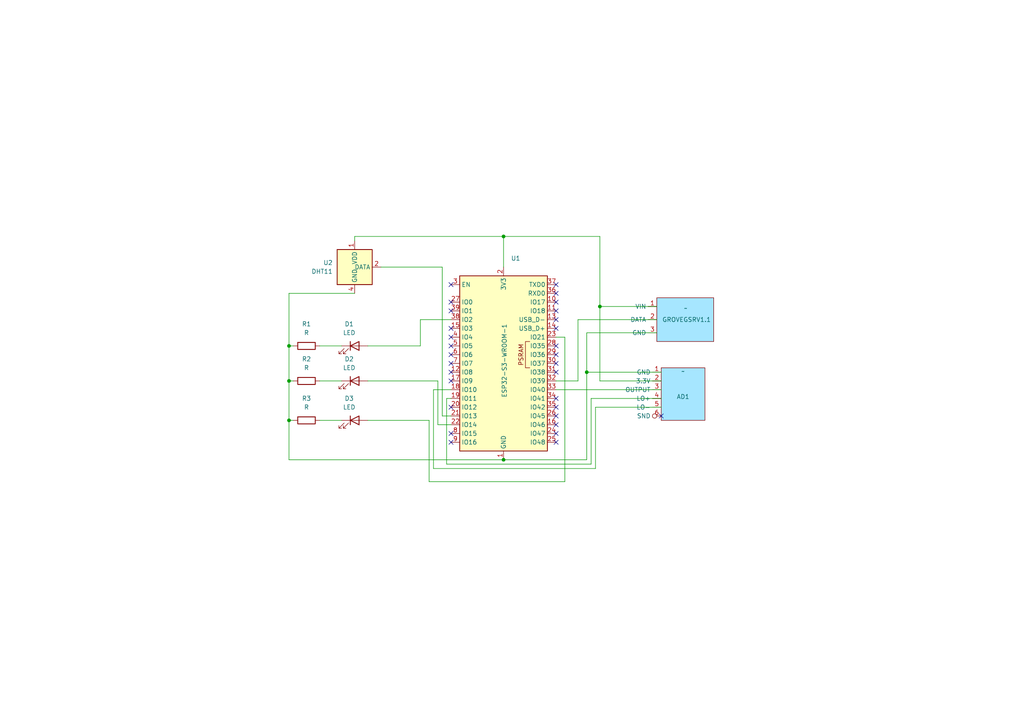
<source format=kicad_sch>
(kicad_sch
	(version 20250114)
	(generator "eeschema")
	(generator_version "9.0")
	(uuid "5c996a9d-060e-492c-8814-4b820426dc31")
	(paper "A4")
	(title_block
		(title "Calmiq Initial Prototype")
		(rev "Calmiq Team")
		(company "Calmiq")
	)
	(lib_symbols
		(symbol "Calmiq_Components:AD8232"
			(exclude_from_sim no)
			(in_bom yes)
			(on_board yes)
			(property "Reference" "AD8232"
				(at -0.762 -9.906 0)
				(effects
					(font
						(size 1.27 1.27)
					)
				)
			)
			(property "Value" ""
				(at 0 0 0)
				(effects
					(font
						(size 1.27 1.27)
					)
				)
			)
			(property "Footprint" ""
				(at 0 0 0)
				(effects
					(font
						(size 1.27 1.27)
					)
					(hide yes)
				)
			)
			(property "Datasheet" ""
				(at 0 0 0)
				(effects
					(font
						(size 1.27 1.27)
					)
					(hide yes)
				)
			)
			(property "Description" ""
				(at 0 0 0)
				(effects
					(font
						(size 1.27 1.27)
					)
					(hide yes)
				)
			)
			(symbol "AD8232_1_1"
				(rectangle
					(start -6.35 7.62)
					(end 6.35 -7.62)
					(stroke
						(width 0)
						(type solid)
					)
					(fill
						(type color)
						(color 78 206 255 0.5)
					)
				)
				(pin power_in line
					(at -6.35 6.35 180)
					(length 2.54)
					(name "GND"
						(effects
							(font
								(size 1.27 1.27)
							)
						)
					)
					(number "1"
						(effects
							(font
								(size 1.27 1.27)
							)
						)
					)
				)
				(pin power_in line
					(at -6.35 3.81 180)
					(length 2.54)
					(name "3.3V"
						(effects
							(font
								(size 1.27 1.27)
							)
						)
					)
					(number "2"
						(effects
							(font
								(size 1.27 1.27)
							)
						)
					)
				)
				(pin output line
					(at -6.35 1.27 180)
					(length 2.54)
					(name "OUTPUT"
						(effects
							(font
								(size 1.27 1.27)
							)
						)
					)
					(number "3"
						(effects
							(font
								(size 1.27 1.27)
							)
						)
					)
				)
				(pin output line
					(at -6.35 -1.27 180)
					(length 2.54)
					(name "LO+"
						(effects
							(font
								(size 1.27 1.27)
							)
						)
					)
					(number "4"
						(effects
							(font
								(size 1.27 1.27)
							)
						)
					)
				)
				(pin output line
					(at -6.35 -3.81 180)
					(length 2.54)
					(name "LO-"
						(effects
							(font
								(size 1.27 1.27)
							)
						)
					)
					(number "5"
						(effects
							(font
								(size 1.27 1.27)
							)
						)
					)
				)
				(pin input inverted
					(at -6.35 -6.35 180)
					(length 2.54)
					(name "SND"
						(effects
							(font
								(size 1.27 1.27)
							)
						)
					)
					(number "6"
						(effects
							(font
								(size 1.27 1.27)
							)
						)
					)
				)
			)
			(embedded_fonts no)
		)
		(symbol "Calmiq_Components:GROVE_GSR_V1.2"
			(exclude_from_sim no)
			(in_bom yes)
			(on_board yes)
			(property "Reference" "GROVEGSRV1.2"
				(at 0 -9.906 0)
				(effects
					(font
						(size 1.27 1.27)
					)
				)
			)
			(property "Value" ""
				(at 0 0 0)
				(effects
					(font
						(size 1.27 1.27)
					)
				)
			)
			(property "Footprint" ""
				(at 0 0 0)
				(effects
					(font
						(size 1.27 1.27)
					)
					(hide yes)
				)
			)
			(property "Datasheet" ""
				(at 0 0 0)
				(effects
					(font
						(size 1.27 1.27)
					)
					(hide yes)
				)
			)
			(property "Description" ""
				(at 0 0 0)
				(effects
					(font
						(size 1.27 1.27)
					)
					(hide yes)
				)
			)
			(symbol "GROVE_GSR_V1.2_1_1"
				(rectangle
					(start -8.89 5.08)
					(end 7.62 -7.62)
					(stroke
						(width 0)
						(type solid)
					)
					(fill
						(type color)
						(color 78 206 255 0.5019607843)
					)
				)
				(pin power_in line
					(at -8.89 2.54 180)
					(length 2.54)
					(name "VIN"
						(effects
							(font
								(size 1.27 1.27)
							)
						)
					)
					(number "1"
						(effects
							(font
								(size 1.27 1.27)
							)
						)
					)
				)
				(pin output line
					(at -8.89 -1.27 180)
					(length 2.54)
					(name "DATA"
						(effects
							(font
								(size 1.27 1.27)
							)
						)
					)
					(number "2"
						(effects
							(font
								(size 1.27 1.27)
							)
						)
					)
				)
				(pin power_in line
					(at -8.89 -5.08 180)
					(length 2.54)
					(name "GND"
						(effects
							(font
								(size 1.27 1.27)
							)
						)
					)
					(number "3"
						(effects
							(font
								(size 1.27 1.27)
							)
						)
					)
				)
			)
			(embedded_fonts no)
		)
		(symbol "Device:LED"
			(pin_numbers
				(hide yes)
			)
			(pin_names
				(offset 1.016)
				(hide yes)
			)
			(exclude_from_sim no)
			(in_bom yes)
			(on_board yes)
			(property "Reference" "D"
				(at 0 2.54 0)
				(effects
					(font
						(size 1.27 1.27)
					)
				)
			)
			(property "Value" "LED"
				(at 0 -2.54 0)
				(effects
					(font
						(size 1.27 1.27)
					)
				)
			)
			(property "Footprint" ""
				(at 0 0 0)
				(effects
					(font
						(size 1.27 1.27)
					)
					(hide yes)
				)
			)
			(property "Datasheet" "~"
				(at 0 0 0)
				(effects
					(font
						(size 1.27 1.27)
					)
					(hide yes)
				)
			)
			(property "Description" "Light emitting diode"
				(at 0 0 0)
				(effects
					(font
						(size 1.27 1.27)
					)
					(hide yes)
				)
			)
			(property "Sim.Pins" "1=K 2=A"
				(at 0 0 0)
				(effects
					(font
						(size 1.27 1.27)
					)
					(hide yes)
				)
			)
			(property "ki_keywords" "LED diode"
				(at 0 0 0)
				(effects
					(font
						(size 1.27 1.27)
					)
					(hide yes)
				)
			)
			(property "ki_fp_filters" "LED* LED_SMD:* LED_THT:*"
				(at 0 0 0)
				(effects
					(font
						(size 1.27 1.27)
					)
					(hide yes)
				)
			)
			(symbol "LED_0_1"
				(polyline
					(pts
						(xy -3.048 -0.762) (xy -4.572 -2.286) (xy -3.81 -2.286) (xy -4.572 -2.286) (xy -4.572 -1.524)
					)
					(stroke
						(width 0)
						(type default)
					)
					(fill
						(type none)
					)
				)
				(polyline
					(pts
						(xy -1.778 -0.762) (xy -3.302 -2.286) (xy -2.54 -2.286) (xy -3.302 -2.286) (xy -3.302 -1.524)
					)
					(stroke
						(width 0)
						(type default)
					)
					(fill
						(type none)
					)
				)
				(polyline
					(pts
						(xy -1.27 0) (xy 1.27 0)
					)
					(stroke
						(width 0)
						(type default)
					)
					(fill
						(type none)
					)
				)
				(polyline
					(pts
						(xy -1.27 -1.27) (xy -1.27 1.27)
					)
					(stroke
						(width 0.254)
						(type default)
					)
					(fill
						(type none)
					)
				)
				(polyline
					(pts
						(xy 1.27 -1.27) (xy 1.27 1.27) (xy -1.27 0) (xy 1.27 -1.27)
					)
					(stroke
						(width 0.254)
						(type default)
					)
					(fill
						(type none)
					)
				)
			)
			(symbol "LED_1_1"
				(pin passive line
					(at -3.81 0 0)
					(length 2.54)
					(name "K"
						(effects
							(font
								(size 1.27 1.27)
							)
						)
					)
					(number "1"
						(effects
							(font
								(size 1.27 1.27)
							)
						)
					)
				)
				(pin passive line
					(at 3.81 0 180)
					(length 2.54)
					(name "A"
						(effects
							(font
								(size 1.27 1.27)
							)
						)
					)
					(number "2"
						(effects
							(font
								(size 1.27 1.27)
							)
						)
					)
				)
			)
			(embedded_fonts no)
		)
		(symbol "Device:R"
			(pin_numbers
				(hide yes)
			)
			(pin_names
				(offset 0)
			)
			(exclude_from_sim no)
			(in_bom yes)
			(on_board yes)
			(property "Reference" "R"
				(at 2.032 0 90)
				(effects
					(font
						(size 1.27 1.27)
					)
				)
			)
			(property "Value" "R"
				(at 0 0 90)
				(effects
					(font
						(size 1.27 1.27)
					)
				)
			)
			(property "Footprint" ""
				(at -1.778 0 90)
				(effects
					(font
						(size 1.27 1.27)
					)
					(hide yes)
				)
			)
			(property "Datasheet" "~"
				(at 0 0 0)
				(effects
					(font
						(size 1.27 1.27)
					)
					(hide yes)
				)
			)
			(property "Description" "Resistor"
				(at 0 0 0)
				(effects
					(font
						(size 1.27 1.27)
					)
					(hide yes)
				)
			)
			(property "ki_keywords" "R res resistor"
				(at 0 0 0)
				(effects
					(font
						(size 1.27 1.27)
					)
					(hide yes)
				)
			)
			(property "ki_fp_filters" "R_*"
				(at 0 0 0)
				(effects
					(font
						(size 1.27 1.27)
					)
					(hide yes)
				)
			)
			(symbol "R_0_1"
				(rectangle
					(start -1.016 -2.54)
					(end 1.016 2.54)
					(stroke
						(width 0.254)
						(type default)
					)
					(fill
						(type none)
					)
				)
			)
			(symbol "R_1_1"
				(pin passive line
					(at 0 3.81 270)
					(length 1.27)
					(name "~"
						(effects
							(font
								(size 1.27 1.27)
							)
						)
					)
					(number "1"
						(effects
							(font
								(size 1.27 1.27)
							)
						)
					)
				)
				(pin passive line
					(at 0 -3.81 90)
					(length 1.27)
					(name "~"
						(effects
							(font
								(size 1.27 1.27)
							)
						)
					)
					(number "2"
						(effects
							(font
								(size 1.27 1.27)
							)
						)
					)
				)
			)
			(embedded_fonts no)
		)
		(symbol "RF_Module:ESP32-S3-WROOM-1"
			(exclude_from_sim no)
			(in_bom yes)
			(on_board yes)
			(property "Reference" "U"
				(at -12.7 26.67 0)
				(effects
					(font
						(size 1.27 1.27)
					)
				)
			)
			(property "Value" "ESP32-S3-WROOM-1"
				(at 12.7 26.67 0)
				(effects
					(font
						(size 1.27 1.27)
					)
				)
			)
			(property "Footprint" "RF_Module:ESP32-S3-WROOM-1"
				(at 0 2.54 0)
				(effects
					(font
						(size 1.27 1.27)
					)
					(hide yes)
				)
			)
			(property "Datasheet" "https://www.espressif.com/sites/default/files/documentation/esp32-s3-wroom-1_wroom-1u_datasheet_en.pdf"
				(at 0 0 0)
				(effects
					(font
						(size 1.27 1.27)
					)
					(hide yes)
				)
			)
			(property "Description" "RF Module, ESP32-S3 SoC, Wi-Fi 802.11b/g/n, Bluetooth, BLE, 32-bit, 3.3V, onboard antenna, SMD"
				(at 0 0 0)
				(effects
					(font
						(size 1.27 1.27)
					)
					(hide yes)
				)
			)
			(property "ki_keywords" "RF Radio BT ESP ESP32-S3 Espressif onboard PCB antenna"
				(at 0 0 0)
				(effects
					(font
						(size 1.27 1.27)
					)
					(hide yes)
				)
			)
			(property "ki_fp_filters" "ESP32?S3?WROOM?1*"
				(at 0 0 0)
				(effects
					(font
						(size 1.27 1.27)
					)
					(hide yes)
				)
			)
			(symbol "ESP32-S3-WROOM-1_0_0"
				(rectangle
					(start -12.7 25.4)
					(end 12.7 -25.4)
					(stroke
						(width 0.254)
						(type default)
					)
					(fill
						(type background)
					)
				)
				(text "PSRAM"
					(at 5.08 2.54 900)
					(effects
						(font
							(size 1.27 1.27)
						)
					)
				)
			)
			(symbol "ESP32-S3-WROOM-1_0_1"
				(polyline
					(pts
						(xy 7.62 -1.27) (xy 6.35 -1.27) (xy 6.35 6.35) (xy 7.62 6.35)
					)
					(stroke
						(width 0)
						(type default)
					)
					(fill
						(type none)
					)
				)
			)
			(symbol "ESP32-S3-WROOM-1_1_1"
				(pin input line
					(at -15.24 22.86 0)
					(length 2.54)
					(name "EN"
						(effects
							(font
								(size 1.27 1.27)
							)
						)
					)
					(number "3"
						(effects
							(font
								(size 1.27 1.27)
							)
						)
					)
				)
				(pin bidirectional line
					(at -15.24 17.78 0)
					(length 2.54)
					(name "IO0"
						(effects
							(font
								(size 1.27 1.27)
							)
						)
					)
					(number "27"
						(effects
							(font
								(size 1.27 1.27)
							)
						)
					)
				)
				(pin bidirectional line
					(at -15.24 15.24 0)
					(length 2.54)
					(name "IO1"
						(effects
							(font
								(size 1.27 1.27)
							)
						)
					)
					(number "39"
						(effects
							(font
								(size 1.27 1.27)
							)
						)
					)
				)
				(pin bidirectional line
					(at -15.24 12.7 0)
					(length 2.54)
					(name "IO2"
						(effects
							(font
								(size 1.27 1.27)
							)
						)
					)
					(number "38"
						(effects
							(font
								(size 1.27 1.27)
							)
						)
					)
				)
				(pin bidirectional line
					(at -15.24 10.16 0)
					(length 2.54)
					(name "IO3"
						(effects
							(font
								(size 1.27 1.27)
							)
						)
					)
					(number "15"
						(effects
							(font
								(size 1.27 1.27)
							)
						)
					)
				)
				(pin bidirectional line
					(at -15.24 7.62 0)
					(length 2.54)
					(name "IO4"
						(effects
							(font
								(size 1.27 1.27)
							)
						)
					)
					(number "4"
						(effects
							(font
								(size 1.27 1.27)
							)
						)
					)
				)
				(pin bidirectional line
					(at -15.24 5.08 0)
					(length 2.54)
					(name "IO5"
						(effects
							(font
								(size 1.27 1.27)
							)
						)
					)
					(number "5"
						(effects
							(font
								(size 1.27 1.27)
							)
						)
					)
				)
				(pin bidirectional line
					(at -15.24 2.54 0)
					(length 2.54)
					(name "IO6"
						(effects
							(font
								(size 1.27 1.27)
							)
						)
					)
					(number "6"
						(effects
							(font
								(size 1.27 1.27)
							)
						)
					)
				)
				(pin bidirectional line
					(at -15.24 0 0)
					(length 2.54)
					(name "IO7"
						(effects
							(font
								(size 1.27 1.27)
							)
						)
					)
					(number "7"
						(effects
							(font
								(size 1.27 1.27)
							)
						)
					)
				)
				(pin bidirectional line
					(at -15.24 -2.54 0)
					(length 2.54)
					(name "IO8"
						(effects
							(font
								(size 1.27 1.27)
							)
						)
					)
					(number "12"
						(effects
							(font
								(size 1.27 1.27)
							)
						)
					)
				)
				(pin bidirectional line
					(at -15.24 -5.08 0)
					(length 2.54)
					(name "IO9"
						(effects
							(font
								(size 1.27 1.27)
							)
						)
					)
					(number "17"
						(effects
							(font
								(size 1.27 1.27)
							)
						)
					)
				)
				(pin bidirectional line
					(at -15.24 -7.62 0)
					(length 2.54)
					(name "IO10"
						(effects
							(font
								(size 1.27 1.27)
							)
						)
					)
					(number "18"
						(effects
							(font
								(size 1.27 1.27)
							)
						)
					)
				)
				(pin bidirectional line
					(at -15.24 -10.16 0)
					(length 2.54)
					(name "IO11"
						(effects
							(font
								(size 1.27 1.27)
							)
						)
					)
					(number "19"
						(effects
							(font
								(size 1.27 1.27)
							)
						)
					)
				)
				(pin bidirectional line
					(at -15.24 -12.7 0)
					(length 2.54)
					(name "IO12"
						(effects
							(font
								(size 1.27 1.27)
							)
						)
					)
					(number "20"
						(effects
							(font
								(size 1.27 1.27)
							)
						)
					)
				)
				(pin bidirectional line
					(at -15.24 -15.24 0)
					(length 2.54)
					(name "IO13"
						(effects
							(font
								(size 1.27 1.27)
							)
						)
					)
					(number "21"
						(effects
							(font
								(size 1.27 1.27)
							)
						)
					)
				)
				(pin bidirectional line
					(at -15.24 -17.78 0)
					(length 2.54)
					(name "IO14"
						(effects
							(font
								(size 1.27 1.27)
							)
						)
					)
					(number "22"
						(effects
							(font
								(size 1.27 1.27)
							)
						)
					)
				)
				(pin bidirectional line
					(at -15.24 -20.32 0)
					(length 2.54)
					(name "IO15"
						(effects
							(font
								(size 1.27 1.27)
							)
						)
					)
					(number "8"
						(effects
							(font
								(size 1.27 1.27)
							)
						)
					)
				)
				(pin bidirectional line
					(at -15.24 -22.86 0)
					(length 2.54)
					(name "IO16"
						(effects
							(font
								(size 1.27 1.27)
							)
						)
					)
					(number "9"
						(effects
							(font
								(size 1.27 1.27)
							)
						)
					)
				)
				(pin power_in line
					(at 0 27.94 270)
					(length 2.54)
					(name "3V3"
						(effects
							(font
								(size 1.27 1.27)
							)
						)
					)
					(number "2"
						(effects
							(font
								(size 1.27 1.27)
							)
						)
					)
				)
				(pin power_in line
					(at 0 -27.94 90)
					(length 2.54)
					(name "GND"
						(effects
							(font
								(size 1.27 1.27)
							)
						)
					)
					(number "1"
						(effects
							(font
								(size 1.27 1.27)
							)
						)
					)
				)
				(pin passive line
					(at 0 -27.94 90)
					(length 2.54)
					(hide yes)
					(name "GND"
						(effects
							(font
								(size 1.27 1.27)
							)
						)
					)
					(number "40"
						(effects
							(font
								(size 1.27 1.27)
							)
						)
					)
				)
				(pin passive line
					(at 0 -27.94 90)
					(length 2.54)
					(hide yes)
					(name "GND"
						(effects
							(font
								(size 1.27 1.27)
							)
						)
					)
					(number "41"
						(effects
							(font
								(size 1.27 1.27)
							)
						)
					)
				)
				(pin bidirectional line
					(at 15.24 22.86 180)
					(length 2.54)
					(name "TXD0"
						(effects
							(font
								(size 1.27 1.27)
							)
						)
					)
					(number "37"
						(effects
							(font
								(size 1.27 1.27)
							)
						)
					)
				)
				(pin bidirectional line
					(at 15.24 20.32 180)
					(length 2.54)
					(name "RXD0"
						(effects
							(font
								(size 1.27 1.27)
							)
						)
					)
					(number "36"
						(effects
							(font
								(size 1.27 1.27)
							)
						)
					)
				)
				(pin bidirectional line
					(at 15.24 17.78 180)
					(length 2.54)
					(name "IO17"
						(effects
							(font
								(size 1.27 1.27)
							)
						)
					)
					(number "10"
						(effects
							(font
								(size 1.27 1.27)
							)
						)
					)
				)
				(pin bidirectional line
					(at 15.24 15.24 180)
					(length 2.54)
					(name "IO18"
						(effects
							(font
								(size 1.27 1.27)
							)
						)
					)
					(number "11"
						(effects
							(font
								(size 1.27 1.27)
							)
						)
					)
				)
				(pin bidirectional line
					(at 15.24 12.7 180)
					(length 2.54)
					(name "USB_D-"
						(effects
							(font
								(size 1.27 1.27)
							)
						)
					)
					(number "13"
						(effects
							(font
								(size 1.27 1.27)
							)
						)
					)
					(alternate "IO19" bidirectional line)
				)
				(pin bidirectional line
					(at 15.24 10.16 180)
					(length 2.54)
					(name "USB_D+"
						(effects
							(font
								(size 1.27 1.27)
							)
						)
					)
					(number "14"
						(effects
							(font
								(size 1.27 1.27)
							)
						)
					)
					(alternate "IO20" bidirectional line)
				)
				(pin bidirectional line
					(at 15.24 7.62 180)
					(length 2.54)
					(name "IO21"
						(effects
							(font
								(size 1.27 1.27)
							)
						)
					)
					(number "23"
						(effects
							(font
								(size 1.27 1.27)
							)
						)
					)
				)
				(pin bidirectional line
					(at 15.24 5.08 180)
					(length 2.54)
					(name "IO35"
						(effects
							(font
								(size 1.27 1.27)
							)
						)
					)
					(number "28"
						(effects
							(font
								(size 1.27 1.27)
							)
						)
					)
				)
				(pin bidirectional line
					(at 15.24 2.54 180)
					(length 2.54)
					(name "IO36"
						(effects
							(font
								(size 1.27 1.27)
							)
						)
					)
					(number "29"
						(effects
							(font
								(size 1.27 1.27)
							)
						)
					)
				)
				(pin bidirectional line
					(at 15.24 0 180)
					(length 2.54)
					(name "IO37"
						(effects
							(font
								(size 1.27 1.27)
							)
						)
					)
					(number "30"
						(effects
							(font
								(size 1.27 1.27)
							)
						)
					)
				)
				(pin bidirectional line
					(at 15.24 -2.54 180)
					(length 2.54)
					(name "IO38"
						(effects
							(font
								(size 1.27 1.27)
							)
						)
					)
					(number "31"
						(effects
							(font
								(size 1.27 1.27)
							)
						)
					)
				)
				(pin bidirectional line
					(at 15.24 -5.08 180)
					(length 2.54)
					(name "IO39"
						(effects
							(font
								(size 1.27 1.27)
							)
						)
					)
					(number "32"
						(effects
							(font
								(size 1.27 1.27)
							)
						)
					)
				)
				(pin bidirectional line
					(at 15.24 -7.62 180)
					(length 2.54)
					(name "IO40"
						(effects
							(font
								(size 1.27 1.27)
							)
						)
					)
					(number "33"
						(effects
							(font
								(size 1.27 1.27)
							)
						)
					)
				)
				(pin bidirectional line
					(at 15.24 -10.16 180)
					(length 2.54)
					(name "IO41"
						(effects
							(font
								(size 1.27 1.27)
							)
						)
					)
					(number "34"
						(effects
							(font
								(size 1.27 1.27)
							)
						)
					)
				)
				(pin bidirectional line
					(at 15.24 -12.7 180)
					(length 2.54)
					(name "IO42"
						(effects
							(font
								(size 1.27 1.27)
							)
						)
					)
					(number "35"
						(effects
							(font
								(size 1.27 1.27)
							)
						)
					)
				)
				(pin bidirectional line
					(at 15.24 -15.24 180)
					(length 2.54)
					(name "IO45"
						(effects
							(font
								(size 1.27 1.27)
							)
						)
					)
					(number "26"
						(effects
							(font
								(size 1.27 1.27)
							)
						)
					)
				)
				(pin bidirectional line
					(at 15.24 -17.78 180)
					(length 2.54)
					(name "IO46"
						(effects
							(font
								(size 1.27 1.27)
							)
						)
					)
					(number "16"
						(effects
							(font
								(size 1.27 1.27)
							)
						)
					)
				)
				(pin bidirectional line
					(at 15.24 -20.32 180)
					(length 2.54)
					(name "IO47"
						(effects
							(font
								(size 1.27 1.27)
							)
						)
					)
					(number "24"
						(effects
							(font
								(size 1.27 1.27)
							)
						)
					)
				)
				(pin bidirectional line
					(at 15.24 -22.86 180)
					(length 2.54)
					(name "IO48"
						(effects
							(font
								(size 1.27 1.27)
							)
						)
					)
					(number "25"
						(effects
							(font
								(size 1.27 1.27)
							)
						)
					)
				)
			)
			(embedded_fonts no)
		)
		(symbol "Sensor:DHT11"
			(exclude_from_sim no)
			(in_bom yes)
			(on_board yes)
			(property "Reference" "U"
				(at -3.81 6.35 0)
				(effects
					(font
						(size 1.27 1.27)
					)
				)
			)
			(property "Value" "DHT11"
				(at 3.81 6.35 0)
				(effects
					(font
						(size 1.27 1.27)
					)
				)
			)
			(property "Footprint" "Sensor:Aosong_DHT11_5.5x12.0_P2.54mm"
				(at 0 -10.16 0)
				(effects
					(font
						(size 1.27 1.27)
					)
					(hide yes)
				)
			)
			(property "Datasheet" "http://akizukidenshi.com/download/ds/aosong/DHT11.pdf"
				(at 3.81 6.35 0)
				(effects
					(font
						(size 1.27 1.27)
					)
					(hide yes)
				)
			)
			(property "Description" "3.3V to 5.5V, temperature and humidity module, DHT11"
				(at 0 0 0)
				(effects
					(font
						(size 1.27 1.27)
					)
					(hide yes)
				)
			)
			(property "ki_keywords" "digital sensor"
				(at 0 0 0)
				(effects
					(font
						(size 1.27 1.27)
					)
					(hide yes)
				)
			)
			(property "ki_fp_filters" "Aosong*DHT11*5.5x12.0*P2.54mm*"
				(at 0 0 0)
				(effects
					(font
						(size 1.27 1.27)
					)
					(hide yes)
				)
			)
			(symbol "DHT11_0_1"
				(rectangle
					(start -5.08 5.08)
					(end 5.08 -5.08)
					(stroke
						(width 0.254)
						(type default)
					)
					(fill
						(type background)
					)
				)
			)
			(symbol "DHT11_1_1"
				(pin no_connect line
					(at -5.08 0 0)
					(length 2.54)
					(hide yes)
					(name "NC"
						(effects
							(font
								(size 1.27 1.27)
							)
						)
					)
					(number "3"
						(effects
							(font
								(size 1.27 1.27)
							)
						)
					)
				)
				(pin power_in line
					(at 0 7.62 270)
					(length 2.54)
					(name "VDD"
						(effects
							(font
								(size 1.27 1.27)
							)
						)
					)
					(number "1"
						(effects
							(font
								(size 1.27 1.27)
							)
						)
					)
				)
				(pin power_in line
					(at 0 -7.62 90)
					(length 2.54)
					(name "GND"
						(effects
							(font
								(size 1.27 1.27)
							)
						)
					)
					(number "4"
						(effects
							(font
								(size 1.27 1.27)
							)
						)
					)
				)
				(pin bidirectional line
					(at 7.62 0 180)
					(length 2.54)
					(name "DATA"
						(effects
							(font
								(size 1.27 1.27)
							)
						)
					)
					(number "2"
						(effects
							(font
								(size 1.27 1.27)
							)
						)
					)
				)
			)
			(embedded_fonts no)
		)
	)
	(junction
		(at 146.05 133.35)
		(diameter 0)
		(color 0 0 0 0)
		(uuid "33ece97e-ae46-44c9-a9d7-61aee1c8e2f8")
	)
	(junction
		(at 83.82 110.49)
		(diameter 0)
		(color 0 0 0 0)
		(uuid "4168cce8-596e-481f-a039-7cf50f42cbde")
	)
	(junction
		(at 170.18 107.95)
		(diameter 0)
		(color 0 0 0 0)
		(uuid "5276234c-ee57-4943-abb0-17f61ab51fcf")
	)
	(junction
		(at 146.05 68.58)
		(diameter 0)
		(color 0 0 0 0)
		(uuid "89692ed3-505f-4167-b764-a578895f7d52")
	)
	(junction
		(at 83.82 121.92)
		(diameter 0)
		(color 0 0 0 0)
		(uuid "a2fb6dbc-8f7a-4193-a050-fbacf04e78e7")
	)
	(junction
		(at 83.82 100.33)
		(diameter 0)
		(color 0 0 0 0)
		(uuid "f30d079c-637a-486c-9763-6c8cc2548732")
	)
	(junction
		(at 173.99 88.9)
		(diameter 0)
		(color 0 0 0 0)
		(uuid "f47e38ce-a793-4cc9-9e24-4a0f7853020f")
	)
	(no_connect
		(at 161.29 82.55)
		(uuid "04b2f6a5-4e89-4e12-9bdf-9b58d508cedc")
	)
	(no_connect
		(at 130.81 118.11)
		(uuid "064b2021-90fd-4a64-8421-5bab6fda5d05")
	)
	(no_connect
		(at 161.29 102.87)
		(uuid "079c1144-6485-41c5-966b-0dcb67e79c8c")
	)
	(no_connect
		(at 130.81 87.63)
		(uuid "14dff388-a837-419e-89ab-9523384b765b")
	)
	(no_connect
		(at 130.81 107.95)
		(uuid "201ea1ff-76e0-4025-a17b-1798afc2f4a1")
	)
	(no_connect
		(at 161.29 107.95)
		(uuid "30482931-bb37-47ca-ab05-42969bacdd0f")
	)
	(no_connect
		(at 161.29 125.73)
		(uuid "30a3675a-a621-407b-ad93-2171c4bbce58")
	)
	(no_connect
		(at 130.81 95.25)
		(uuid "3e4a9fe9-8e4a-4ca9-a831-16205b3d1de1")
	)
	(no_connect
		(at 161.29 85.09)
		(uuid "3f057e34-2895-42aa-ab60-29e3b5ccd5b1")
	)
	(no_connect
		(at 130.81 125.73)
		(uuid "524891b6-f66f-4db7-8f4c-bee096598c3e")
	)
	(no_connect
		(at 130.81 128.27)
		(uuid "5b13e922-e7c9-42ff-802a-78304a55c0a3")
	)
	(no_connect
		(at 130.81 100.33)
		(uuid "5f982152-6da9-4f98-ae2b-1f902450f7c8")
	)
	(no_connect
		(at 130.81 110.49)
		(uuid "658d46b2-949d-4cae-9b5d-6d6ee1f7ab2b")
	)
	(no_connect
		(at 130.81 105.41)
		(uuid "685e854c-954f-460f-b93c-adc6947e6328")
	)
	(no_connect
		(at 130.81 90.17)
		(uuid "6c7450b6-cd82-4603-bb63-4eefedd8f86f")
	)
	(no_connect
		(at 161.29 87.63)
		(uuid "79ec8f9a-ed3f-472e-a07c-49c93c7c05bf")
	)
	(no_connect
		(at 161.29 118.11)
		(uuid "7b6f29a0-e242-4b0f-a78f-3e685e6b407f")
	)
	(no_connect
		(at 161.29 128.27)
		(uuid "8dfcb3bc-4080-4fb4-a27d-439fb52abb12")
	)
	(no_connect
		(at 161.29 120.65)
		(uuid "91c2b0d0-e3b7-4de5-80b8-37b3885f0643")
	)
	(no_connect
		(at 161.29 100.33)
		(uuid "9b861b33-4672-4861-84f1-2b323c6b6b3b")
	)
	(no_connect
		(at 130.81 82.55)
		(uuid "a961ce82-ceef-47a7-9eff-d98f3842bf27")
	)
	(no_connect
		(at 130.81 102.87)
		(uuid "abca23fe-d4e3-47f9-9cb6-7cca99344d12")
	)
	(no_connect
		(at 191.77 120.65)
		(uuid "ae631ff1-7dc8-4e7a-b92d-e84b49dadf05")
	)
	(no_connect
		(at 161.29 95.25)
		(uuid "b3bc2446-696d-4f91-9a4f-dd8f8ca807f2")
	)
	(no_connect
		(at 161.29 90.17)
		(uuid "d0c5e16e-e8d4-41db-8beb-7f0ab74edf3b")
	)
	(no_connect
		(at 130.81 97.79)
		(uuid "d1312dd0-f825-4df1-b35a-fbab973888e0")
	)
	(no_connect
		(at 161.29 115.57)
		(uuid "d4557b73-0140-4cab-9a30-7aca78d6c82a")
	)
	(no_connect
		(at 161.29 123.19)
		(uuid "d8dabde7-489d-4426-af42-8c7506fac346")
	)
	(no_connect
		(at 161.29 105.41)
		(uuid "ee6a0a4a-6513-4bdb-996b-c54923f207d8")
	)
	(no_connect
		(at 161.29 92.71)
		(uuid "f4463f1c-320a-46a7-83e7-b3d634868adc")
	)
	(wire
		(pts
			(xy 167.64 92.71) (xy 190.5 92.71)
		)
		(stroke
			(width 0)
			(type default)
		)
		(uuid "00ec4050-b99d-40e6-984a-3119ab4c7946")
	)
	(wire
		(pts
			(xy 127 110.49) (xy 127 123.19)
		)
		(stroke
			(width 0)
			(type default)
		)
		(uuid "0797acd5-d68e-4897-82e4-26c752fcd89c")
	)
	(wire
		(pts
			(xy 130.81 115.57) (xy 129.54 115.57)
		)
		(stroke
			(width 0)
			(type default)
		)
		(uuid "12435cd6-4807-4b05-9bdc-51a70fb353bf")
	)
	(wire
		(pts
			(xy 85.09 110.49) (xy 83.82 110.49)
		)
		(stroke
			(width 0)
			(type default)
		)
		(uuid "13b7a4ca-473e-44ea-8c9d-14b4074df2d1")
	)
	(wire
		(pts
			(xy 121.92 100.33) (xy 121.92 92.71)
		)
		(stroke
			(width 0)
			(type default)
		)
		(uuid "1e53df48-b033-4afe-86f4-ea2efa694087")
	)
	(wire
		(pts
			(xy 163.83 139.7) (xy 124.46 139.7)
		)
		(stroke
			(width 0)
			(type default)
		)
		(uuid "30793d2b-ab01-4359-a241-d0d9241619bb")
	)
	(wire
		(pts
			(xy 83.82 85.09) (xy 102.87 85.09)
		)
		(stroke
			(width 0)
			(type default)
		)
		(uuid "312c67b3-9d0a-4d1c-91b7-362e2ddacb35")
	)
	(wire
		(pts
			(xy 124.46 139.7) (xy 124.46 121.92)
		)
		(stroke
			(width 0)
			(type default)
		)
		(uuid "39c5f627-1ed6-40c6-bf65-a72b5ff0a2ed")
	)
	(wire
		(pts
			(xy 171.45 115.57) (xy 191.77 115.57)
		)
		(stroke
			(width 0)
			(type default)
		)
		(uuid "3b06ee46-05c8-402b-a39a-ae06b412b52c")
	)
	(wire
		(pts
			(xy 102.87 68.58) (xy 102.87 69.85)
		)
		(stroke
			(width 0)
			(type default)
		)
		(uuid "3c915108-1f52-4c65-998f-e1b766540ad3")
	)
	(wire
		(pts
			(xy 85.09 100.33) (xy 83.82 100.33)
		)
		(stroke
			(width 0)
			(type default)
		)
		(uuid "4d961e1a-934c-418d-9d33-cded72655d19")
	)
	(wire
		(pts
			(xy 170.18 96.52) (xy 170.18 107.95)
		)
		(stroke
			(width 0)
			(type default)
		)
		(uuid "4f6fbb2f-803d-442e-9d9a-a5f43043b90b")
	)
	(wire
		(pts
			(xy 121.92 92.71) (xy 130.81 92.71)
		)
		(stroke
			(width 0)
			(type default)
		)
		(uuid "5195139b-7bff-4eee-b677-7dc1da4fba15")
	)
	(wire
		(pts
			(xy 172.72 135.89) (xy 125.73 135.89)
		)
		(stroke
			(width 0)
			(type default)
		)
		(uuid "5af5eea6-b925-431c-b6a4-d5ec22abe7be")
	)
	(wire
		(pts
			(xy 83.82 110.49) (xy 83.82 121.92)
		)
		(stroke
			(width 0)
			(type default)
		)
		(uuid "5c4c0c1b-2070-4476-b365-657e126e515f")
	)
	(wire
		(pts
			(xy 129.54 134.62) (xy 171.45 134.62)
		)
		(stroke
			(width 0)
			(type default)
		)
		(uuid "64fa1f7c-4fe1-4128-a6fe-2b86738ad827")
	)
	(wire
		(pts
			(xy 171.45 134.62) (xy 171.45 115.57)
		)
		(stroke
			(width 0)
			(type default)
		)
		(uuid "6637602e-6da6-43a7-857c-90530b9001c9")
	)
	(wire
		(pts
			(xy 92.71 121.92) (xy 99.06 121.92)
		)
		(stroke
			(width 0)
			(type default)
		)
		(uuid "6cffd151-b7e4-461b-bc25-4c54778f8e00")
	)
	(wire
		(pts
			(xy 170.18 107.95) (xy 170.18 133.35)
		)
		(stroke
			(width 0)
			(type default)
		)
		(uuid "71854b01-9998-400d-bf52-012b4b78775b")
	)
	(wire
		(pts
			(xy 163.83 97.79) (xy 163.83 139.7)
		)
		(stroke
			(width 0)
			(type default)
		)
		(uuid "7298c37b-e584-4d0c-b8e6-76c53889a612")
	)
	(wire
		(pts
			(xy 173.99 88.9) (xy 173.99 110.49)
		)
		(stroke
			(width 0)
			(type default)
		)
		(uuid "7532fdbb-74b0-4cab-812a-23ada2a9b04a")
	)
	(wire
		(pts
			(xy 170.18 96.52) (xy 190.5 96.52)
		)
		(stroke
			(width 0)
			(type default)
		)
		(uuid "76c8ddd1-dd6e-47c0-8126-da4c0063ee59")
	)
	(wire
		(pts
			(xy 172.72 118.11) (xy 172.72 135.89)
		)
		(stroke
			(width 0)
			(type default)
		)
		(uuid "782d10a6-1dab-415e-a149-5ed2531c9ec7")
	)
	(wire
		(pts
			(xy 125.73 135.89) (xy 125.73 113.03)
		)
		(stroke
			(width 0)
			(type default)
		)
		(uuid "787c205d-7bbb-47c5-80eb-21b48616e37a")
	)
	(wire
		(pts
			(xy 106.68 100.33) (xy 121.92 100.33)
		)
		(stroke
			(width 0)
			(type default)
		)
		(uuid "789a5bd4-a0e3-4233-ac1f-1909131ad0a4")
	)
	(wire
		(pts
			(xy 83.82 100.33) (xy 83.82 85.09)
		)
		(stroke
			(width 0)
			(type default)
		)
		(uuid "7dc8684a-915b-445c-ad85-e8c15fc0856e")
	)
	(wire
		(pts
			(xy 128.27 77.47) (xy 128.27 120.65)
		)
		(stroke
			(width 0)
			(type default)
		)
		(uuid "80059274-d4eb-448e-9329-cf71d6820bf8")
	)
	(wire
		(pts
			(xy 127 123.19) (xy 130.81 123.19)
		)
		(stroke
			(width 0)
			(type default)
		)
		(uuid "88ef4e91-c085-4a90-b4ef-9c85cdd20e48")
	)
	(wire
		(pts
			(xy 170.18 107.95) (xy 191.77 107.95)
		)
		(stroke
			(width 0)
			(type default)
		)
		(uuid "89d1b948-73fa-490f-81f1-04b6e8152224")
	)
	(wire
		(pts
			(xy 106.68 110.49) (xy 127 110.49)
		)
		(stroke
			(width 0)
			(type default)
		)
		(uuid "8da5b4b1-d0ba-49d3-97f2-e151d1b6ee78")
	)
	(wire
		(pts
			(xy 125.73 113.03) (xy 130.81 113.03)
		)
		(stroke
			(width 0)
			(type default)
		)
		(uuid "979e8373-199c-43c9-ad6d-3b936e51d3b1")
	)
	(wire
		(pts
			(xy 173.99 68.58) (xy 173.99 88.9)
		)
		(stroke
			(width 0)
			(type default)
		)
		(uuid "98a7ae52-035c-46ae-8d4e-bcc118782b19")
	)
	(wire
		(pts
			(xy 173.99 110.49) (xy 191.77 110.49)
		)
		(stroke
			(width 0)
			(type default)
		)
		(uuid "9b5610dd-2fb0-4ad0-a534-e3a1e832f4bd")
	)
	(wire
		(pts
			(xy 173.99 88.9) (xy 190.5 88.9)
		)
		(stroke
			(width 0)
			(type default)
		)
		(uuid "9ed38144-ed6a-41cb-a519-a81dd33fdf00")
	)
	(wire
		(pts
			(xy 167.64 92.71) (xy 167.64 110.49)
		)
		(stroke
			(width 0)
			(type default)
		)
		(uuid "a7848f4c-5d79-4f70-ac7d-df74e20bf532")
	)
	(wire
		(pts
			(xy 146.05 133.35) (xy 170.18 133.35)
		)
		(stroke
			(width 0)
			(type default)
		)
		(uuid "aa66ea4d-3913-4b9b-b270-ab9b31cff9dc")
	)
	(wire
		(pts
			(xy 161.29 113.03) (xy 191.77 113.03)
		)
		(stroke
			(width 0)
			(type default)
		)
		(uuid "abfef196-21b4-4028-a478-de29f2e36bdc")
	)
	(wire
		(pts
			(xy 83.82 100.33) (xy 83.82 110.49)
		)
		(stroke
			(width 0)
			(type default)
		)
		(uuid "adc4470c-f288-4757-aec4-4671e322a8cf")
	)
	(wire
		(pts
			(xy 92.71 100.33) (xy 99.06 100.33)
		)
		(stroke
			(width 0)
			(type default)
		)
		(uuid "b6d0bb61-0b13-4f88-89f3-9e88f561ab2b")
	)
	(wire
		(pts
			(xy 161.29 110.49) (xy 167.64 110.49)
		)
		(stroke
			(width 0)
			(type default)
		)
		(uuid "bb99d446-73ed-4d30-8fe4-845d02246f86")
	)
	(wire
		(pts
			(xy 102.87 68.58) (xy 146.05 68.58)
		)
		(stroke
			(width 0)
			(type default)
		)
		(uuid "c37f64bb-e9f1-4a8d-b2c9-82a3284fb305")
	)
	(wire
		(pts
			(xy 163.83 97.79) (xy 161.29 97.79)
		)
		(stroke
			(width 0)
			(type default)
		)
		(uuid "ca54356a-af8a-42d3-a8ac-8fe570dd259f")
	)
	(wire
		(pts
			(xy 146.05 68.58) (xy 146.05 77.47)
		)
		(stroke
			(width 0)
			(type default)
		)
		(uuid "cba869cd-2f09-4090-91e2-7846c04127e3")
	)
	(wire
		(pts
			(xy 83.82 121.92) (xy 85.09 121.92)
		)
		(stroke
			(width 0)
			(type default)
		)
		(uuid "d16ea924-d804-4266-a13a-b6d62d861836")
	)
	(wire
		(pts
			(xy 110.49 77.47) (xy 128.27 77.47)
		)
		(stroke
			(width 0)
			(type default)
		)
		(uuid "d34dc744-3ebb-42cf-9a62-1dba86b47672")
	)
	(wire
		(pts
			(xy 146.05 68.58) (xy 173.99 68.58)
		)
		(stroke
			(width 0)
			(type default)
		)
		(uuid "d88af57b-7d44-4375-b98c-ee8a5a59519f")
	)
	(wire
		(pts
			(xy 146.05 133.35) (xy 83.82 133.35)
		)
		(stroke
			(width 0)
			(type default)
		)
		(uuid "d9d7d6c8-eb9c-483d-81f4-8117adf7cc77")
	)
	(wire
		(pts
			(xy 191.77 118.11) (xy 172.72 118.11)
		)
		(stroke
			(width 0)
			(type default)
		)
		(uuid "dc1b4889-91d0-46b2-aaf3-ace7b453bbdf")
	)
	(wire
		(pts
			(xy 124.46 121.92) (xy 106.68 121.92)
		)
		(stroke
			(width 0)
			(type default)
		)
		(uuid "e8f2358e-9c7f-4608-bf69-c56460c973a6")
	)
	(wire
		(pts
			(xy 129.54 115.57) (xy 129.54 134.62)
		)
		(stroke
			(width 0)
			(type default)
		)
		(uuid "ea9a1fbd-61be-43f1-b3ca-0eb93852b658")
	)
	(wire
		(pts
			(xy 83.82 133.35) (xy 83.82 121.92)
		)
		(stroke
			(width 0)
			(type default)
		)
		(uuid "eaea1308-72a3-4b37-aa7e-90c8dce60a64")
	)
	(wire
		(pts
			(xy 92.71 110.49) (xy 99.06 110.49)
		)
		(stroke
			(width 0)
			(type default)
		)
		(uuid "f57e48f0-3c14-4e5d-a731-54227e5db700")
	)
	(wire
		(pts
			(xy 128.27 120.65) (xy 130.81 120.65)
		)
		(stroke
			(width 0)
			(type default)
		)
		(uuid "f89c664c-e415-42c5-b55b-8cb6111687ee")
	)
	(symbol
		(lib_id "Calmiq_Components:GROVE_GSR_V1.2")
		(at 199.39 91.44 0)
		(unit 1)
		(exclude_from_sim no)
		(in_bom yes)
		(on_board yes)
		(dnp no)
		(uuid "3a077443-337e-4851-9338-5d166d94b9e4")
		(property "Reference" "GROVEGSRV1.1"
			(at 199.136 92.71 0)
			(effects
				(font
					(size 1.27 1.27)
				)
			)
		)
		(property "Value" "~"
			(at 198.882 89.408 0)
			(effects
				(font
					(size 1.27 1.27)
				)
			)
		)
		(property "Footprint" ""
			(at 199.39 91.44 0)
			(effects
				(font
					(size 1.27 1.27)
				)
				(hide yes)
			)
		)
		(property "Datasheet" ""
			(at 199.39 91.44 0)
			(effects
				(font
					(size 1.27 1.27)
				)
				(hide yes)
			)
		)
		(property "Description" ""
			(at 199.39 91.44 0)
			(effects
				(font
					(size 1.27 1.27)
				)
				(hide yes)
			)
		)
		(pin "3"
			(uuid "63c7b2c0-7153-431f-b5c5-e0586ec5ff14")
		)
		(pin "2"
			(uuid "8ebb67c9-429c-4462-9643-5d0bb85a9989")
		)
		(pin "1"
			(uuid "5e7dd225-d12f-4f20-b0cb-cff331b43fef")
		)
		(instances
			(project ""
				(path "/5c996a9d-060e-492c-8814-4b820426dc31"
					(reference "GROVEGSRV1.1")
					(unit 1)
				)
			)
		)
	)
	(symbol
		(lib_id "Device:LED")
		(at 102.87 121.92 0)
		(unit 1)
		(exclude_from_sim no)
		(in_bom yes)
		(on_board yes)
		(dnp no)
		(fields_autoplaced yes)
		(uuid "400be6c2-9663-4716-9bf3-a6262b60bdc6")
		(property "Reference" "D3"
			(at 101.2825 115.57 0)
			(effects
				(font
					(size 1.27 1.27)
				)
			)
		)
		(property "Value" "LED"
			(at 101.2825 118.11 0)
			(effects
				(font
					(size 1.27 1.27)
				)
			)
		)
		(property "Footprint" ""
			(at 102.87 121.92 0)
			(effects
				(font
					(size 1.27 1.27)
				)
				(hide yes)
			)
		)
		(property "Datasheet" "~"
			(at 102.87 121.92 0)
			(effects
				(font
					(size 1.27 1.27)
				)
				(hide yes)
			)
		)
		(property "Description" "Light emitting diode"
			(at 102.87 121.92 0)
			(effects
				(font
					(size 1.27 1.27)
				)
				(hide yes)
			)
		)
		(property "Sim.Pins" "1=K 2=A"
			(at 102.87 121.92 0)
			(effects
				(font
					(size 1.27 1.27)
				)
				(hide yes)
			)
		)
		(pin "1"
			(uuid "1d828103-ccfc-428b-b620-a20337df7dd2")
		)
		(pin "2"
			(uuid "ad13b404-d83b-49d0-88c7-9d0fb38d8a49")
		)
		(instances
			(project ""
				(path "/5c996a9d-060e-492c-8814-4b820426dc31"
					(reference "D3")
					(unit 1)
				)
			)
		)
	)
	(symbol
		(lib_id "Device:LED")
		(at 102.87 100.33 0)
		(unit 1)
		(exclude_from_sim no)
		(in_bom yes)
		(on_board yes)
		(dnp no)
		(fields_autoplaced yes)
		(uuid "5f97c7fb-cfff-42b0-8b8e-08e6b8eef041")
		(property "Reference" "D1"
			(at 101.2825 93.98 0)
			(effects
				(font
					(size 1.27 1.27)
				)
			)
		)
		(property "Value" "LED"
			(at 101.2825 96.52 0)
			(effects
				(font
					(size 1.27 1.27)
				)
			)
		)
		(property "Footprint" ""
			(at 102.87 100.33 0)
			(effects
				(font
					(size 1.27 1.27)
				)
				(hide yes)
			)
		)
		(property "Datasheet" "~"
			(at 102.87 100.33 0)
			(effects
				(font
					(size 1.27 1.27)
				)
				(hide yes)
			)
		)
		(property "Description" "Light emitting diode"
			(at 102.87 100.33 0)
			(effects
				(font
					(size 1.27 1.27)
				)
				(hide yes)
			)
		)
		(property "Sim.Pins" "1=K 2=A"
			(at 102.87 100.33 0)
			(effects
				(font
					(size 1.27 1.27)
				)
				(hide yes)
			)
		)
		(pin "2"
			(uuid "48846077-7abd-475c-a4c5-adec64ac7af8")
		)
		(pin "1"
			(uuid "ed34503e-60c6-40ad-b2dd-2ca4c1bb41e5")
		)
		(instances
			(project ""
				(path "/5c996a9d-060e-492c-8814-4b820426dc31"
					(reference "D1")
					(unit 1)
				)
			)
		)
	)
	(symbol
		(lib_id "Calmiq_Components:AD8232")
		(at 198.12 114.3 0)
		(unit 1)
		(exclude_from_sim no)
		(in_bom yes)
		(on_board yes)
		(dnp no)
		(uuid "7efc3739-7eb3-4ddb-9f09-fbbac5416c29")
		(property "Reference" "AD1"
			(at 198.12 115.062 0)
			(effects
				(font
					(size 1.27 1.27)
				)
			)
		)
		(property "Value" "~"
			(at 198.12 107.696 0)
			(effects
				(font
					(size 1.27 1.27)
				)
			)
		)
		(property "Footprint" ""
			(at 198.12 114.3 0)
			(effects
				(font
					(size 1.27 1.27)
				)
				(hide yes)
			)
		)
		(property "Datasheet" ""
			(at 198.12 114.3 0)
			(effects
				(font
					(size 1.27 1.27)
				)
				(hide yes)
			)
		)
		(property "Description" ""
			(at 198.12 114.3 0)
			(effects
				(font
					(size 1.27 1.27)
				)
				(hide yes)
			)
		)
		(pin "1"
			(uuid "cdea9b27-02b2-4081-8000-921c53b0cd23")
		)
		(pin "2"
			(uuid "efe20e3e-ea6b-4b39-9554-057f93f68dda")
		)
		(pin "4"
			(uuid "f03ab61f-3ce3-4caf-8055-30388b9543f7")
		)
		(pin "6"
			(uuid "3b55b58a-a232-4413-9225-40b6d28d44e1")
		)
		(pin "3"
			(uuid "725e00aa-98d0-459b-9f40-a91ef3cb7040")
		)
		(pin "5"
			(uuid "7c71a4f0-b725-457c-bbb3-79470f2226cc")
		)
		(instances
			(project ""
				(path "/5c996a9d-060e-492c-8814-4b820426dc31"
					(reference "AD1")
					(unit 1)
				)
			)
		)
	)
	(symbol
		(lib_id "Device:R")
		(at 88.9 121.92 90)
		(unit 1)
		(exclude_from_sim no)
		(in_bom yes)
		(on_board yes)
		(dnp no)
		(fields_autoplaced yes)
		(uuid "7fccfc65-fbda-4cf9-862f-59be34ae6764")
		(property "Reference" "R3"
			(at 88.9 115.57 90)
			(effects
				(font
					(size 1.27 1.27)
				)
			)
		)
		(property "Value" "R"
			(at 88.9 118.11 90)
			(effects
				(font
					(size 1.27 1.27)
				)
			)
		)
		(property "Footprint" ""
			(at 88.9 123.698 90)
			(effects
				(font
					(size 1.27 1.27)
				)
				(hide yes)
			)
		)
		(property "Datasheet" "~"
			(at 88.9 121.92 0)
			(effects
				(font
					(size 1.27 1.27)
				)
				(hide yes)
			)
		)
		(property "Description" "Resistor"
			(at 88.9 121.92 0)
			(effects
				(font
					(size 1.27 1.27)
				)
				(hide yes)
			)
		)
		(pin "2"
			(uuid "b99a6b15-8d69-4136-b43a-3e12df8f7437")
		)
		(pin "1"
			(uuid "c9f8edd7-278c-4f17-8a7a-4e61fb3b1f08")
		)
		(instances
			(project ""
				(path "/5c996a9d-060e-492c-8814-4b820426dc31"
					(reference "R3")
					(unit 1)
				)
			)
		)
	)
	(symbol
		(lib_id "Device:LED")
		(at 102.87 110.49 0)
		(unit 1)
		(exclude_from_sim no)
		(in_bom yes)
		(on_board yes)
		(dnp no)
		(fields_autoplaced yes)
		(uuid "9ff30aa8-940f-448b-ac63-b143d2b0e416")
		(property "Reference" "D2"
			(at 101.2825 104.14 0)
			(effects
				(font
					(size 1.27 1.27)
				)
			)
		)
		(property "Value" "LED"
			(at 101.2825 106.68 0)
			(effects
				(font
					(size 1.27 1.27)
				)
			)
		)
		(property "Footprint" ""
			(at 102.87 110.49 0)
			(effects
				(font
					(size 1.27 1.27)
				)
				(hide yes)
			)
		)
		(property "Datasheet" "~"
			(at 102.87 110.49 0)
			(effects
				(font
					(size 1.27 1.27)
				)
				(hide yes)
			)
		)
		(property "Description" "Light emitting diode"
			(at 102.87 110.49 0)
			(effects
				(font
					(size 1.27 1.27)
				)
				(hide yes)
			)
		)
		(property "Sim.Pins" "1=K 2=A"
			(at 102.87 110.49 0)
			(effects
				(font
					(size 1.27 1.27)
				)
				(hide yes)
			)
		)
		(pin "1"
			(uuid "c6b7a9c4-6195-4b06-ad5d-18cebe63b1ca")
		)
		(pin "2"
			(uuid "b3db1e9f-5c06-4092-b4c7-232061c267ce")
		)
		(instances
			(project ""
				(path "/5c996a9d-060e-492c-8814-4b820426dc31"
					(reference "D2")
					(unit 1)
				)
			)
		)
	)
	(symbol
		(lib_id "Device:R")
		(at 88.9 110.49 90)
		(unit 1)
		(exclude_from_sim no)
		(in_bom yes)
		(on_board yes)
		(dnp no)
		(fields_autoplaced yes)
		(uuid "a9768bab-c4d1-4c76-bcae-2c6dd79b7583")
		(property "Reference" "R2"
			(at 88.9 104.14 90)
			(effects
				(font
					(size 1.27 1.27)
				)
			)
		)
		(property "Value" "R"
			(at 88.9 106.68 90)
			(effects
				(font
					(size 1.27 1.27)
				)
			)
		)
		(property "Footprint" ""
			(at 88.9 112.268 90)
			(effects
				(font
					(size 1.27 1.27)
				)
				(hide yes)
			)
		)
		(property "Datasheet" "~"
			(at 88.9 110.49 0)
			(effects
				(font
					(size 1.27 1.27)
				)
				(hide yes)
			)
		)
		(property "Description" "Resistor"
			(at 88.9 110.49 0)
			(effects
				(font
					(size 1.27 1.27)
				)
				(hide yes)
			)
		)
		(pin "1"
			(uuid "35d0e647-0245-4ccd-8385-386fb3cc6bd4")
		)
		(pin "2"
			(uuid "36d987e6-b415-4225-b8d9-e0ee7289cf41")
		)
		(instances
			(project ""
				(path "/5c996a9d-060e-492c-8814-4b820426dc31"
					(reference "R2")
					(unit 1)
				)
			)
		)
	)
	(symbol
		(lib_id "RF_Module:ESP32-S3-WROOM-1")
		(at 146.05 105.41 0)
		(unit 1)
		(exclude_from_sim no)
		(in_bom yes)
		(on_board yes)
		(dnp no)
		(uuid "b0cf33d1-56ed-4043-a35a-22ca5bd21a6f")
		(property "Reference" "U1"
			(at 148.1933 74.93 0)
			(effects
				(font
					(size 1.27 1.27)
				)
				(justify left)
			)
		)
		(property "Value" "ESP32-S3-WROOM-1"
			(at 146.304 115.316 90)
			(effects
				(font
					(size 1.27 1.27)
				)
				(justify left)
			)
		)
		(property "Footprint" "RF_Module:ESP32-S3-WROOM-1"
			(at 146.05 102.87 0)
			(effects
				(font
					(size 1.27 1.27)
				)
				(hide yes)
			)
		)
		(property "Datasheet" "https://www.espressif.com/sites/default/files/documentation/esp32-s3-wroom-1_wroom-1u_datasheet_en.pdf"
			(at 146.05 105.41 0)
			(effects
				(font
					(size 1.27 1.27)
				)
				(hide yes)
			)
		)
		(property "Description" "RF Module, ESP32-S3 SoC, Wi-Fi 802.11b/g/n, Bluetooth, BLE, 32-bit, 3.3V, onboard antenna, SMD"
			(at 146.05 105.41 0)
			(effects
				(font
					(size 1.27 1.27)
				)
				(hide yes)
			)
		)
		(pin "41"
			(uuid "c0b0ba0a-ae4b-4553-aae3-8223f1ac03d6")
		)
		(pin "13"
			(uuid "a8f942b1-59a9-4b3d-a514-33790a616460")
		)
		(pin "36"
			(uuid "28300bd1-a6cc-43f6-8f1c-d8b3fe98d32b")
		)
		(pin "14"
			(uuid "eb6d5825-e360-4114-b0a8-9a8fddaa6b2c")
		)
		(pin "28"
			(uuid "cf28ee1e-8d66-4b37-b0e4-101ce52b604b")
		)
		(pin "29"
			(uuid "69104815-a9f0-40f9-8155-ae81e718cfbb")
		)
		(pin "37"
			(uuid "b30466b4-efe9-4d14-b859-93e7fd9f7fe7")
		)
		(pin "30"
			(uuid "ec578c0b-d7f2-4a2a-952a-a5294d288e49")
		)
		(pin "33"
			(uuid "f66657df-68bc-45e2-a6dd-77eecf758ea2")
		)
		(pin "34"
			(uuid "25d3472b-cd14-4bd6-beb0-d584d3a3fb58")
		)
		(pin "26"
			(uuid "db750d9d-ac29-4fdd-bbd0-fa09a6f1ce8b")
		)
		(pin "23"
			(uuid "9aa4460a-f3c8-44ed-a18c-017e3c31618a")
		)
		(pin "31"
			(uuid "0fec6f7b-b39f-42c3-bae9-c3374ccb5498")
		)
		(pin "24"
			(uuid "9a7ae351-ec58-4a7e-b390-1fb56908e03d")
		)
		(pin "10"
			(uuid "5bfee901-7bcb-4537-8388-cd9a25d5a9b3")
		)
		(pin "25"
			(uuid "1f397276-e096-4f31-9a70-822c77b9da42")
		)
		(pin "35"
			(uuid "6300ce32-29e2-4328-b6f8-8729f5d5e593")
		)
		(pin "11"
			(uuid "18c5159e-f5c8-476e-8665-e4094477b029")
		)
		(pin "32"
			(uuid "a3a4bc6c-c4a7-4ea6-920f-9f1bd0440581")
		)
		(pin "16"
			(uuid "472453f2-9c86-4396-91e0-04aa2cea17e2")
		)
		(pin "4"
			(uuid "74e5aa46-3933-4fae-9ae1-c8f282741af4")
		)
		(pin "5"
			(uuid "50ed1c6f-0dcc-4f58-9aee-e4ab20df69b1")
		)
		(pin "12"
			(uuid "04fed70c-ccaa-447a-a124-511c84b85b60")
		)
		(pin "20"
			(uuid "1ec676a7-bc01-4715-bf15-45b194594f26")
		)
		(pin "8"
			(uuid "68932ed5-19de-474f-bba0-add32740347f")
		)
		(pin "3"
			(uuid "596142d9-278a-4625-9ef8-4926380d7ab1")
		)
		(pin "1"
			(uuid "d73424f3-7b44-4b7c-a9e6-fe9c789a518c")
		)
		(pin "40"
			(uuid "8b4d045f-24f0-4d73-9832-09ebf91413ec")
		)
		(pin "15"
			(uuid "625f7dbe-0845-4a1b-8076-df6fd6cb66e5")
		)
		(pin "7"
			(uuid "9a7962b2-21c6-4d54-855b-42295cc75e1a")
		)
		(pin "19"
			(uuid "c7faafad-2e2a-4b3b-9bbb-779bded41d69")
		)
		(pin "21"
			(uuid "ef4d247e-c404-46ab-92fc-338b76c8d8a6")
		)
		(pin "9"
			(uuid "ccf0bfeb-414e-4716-8882-7cf766a888ca")
		)
		(pin "6"
			(uuid "b4b29940-cda1-438b-bb3f-5fd2e080ae28")
		)
		(pin "27"
			(uuid "529bcc97-12f0-4797-8e51-6b6c2d285275")
		)
		(pin "38"
			(uuid "cc6dc00b-a792-4f70-92b8-7a3d376bd5be")
		)
		(pin "22"
			(uuid "efb6397e-9906-4b75-8a99-70ab8947f2d8")
		)
		(pin "17"
			(uuid "6bd62c01-2896-4304-8bdf-e1e55faa4584")
		)
		(pin "18"
			(uuid "62743a90-f6ad-4366-a2c7-4ed6bae987b3")
		)
		(pin "2"
			(uuid "5362ab61-24d0-4c68-9a40-bdbc02a69663")
		)
		(pin "39"
			(uuid "88886567-ca2a-4014-b698-92319df96bb0")
		)
		(instances
			(project ""
				(path "/5c996a9d-060e-492c-8814-4b820426dc31"
					(reference "U1")
					(unit 1)
				)
			)
		)
	)
	(symbol
		(lib_id "Device:R")
		(at 88.9 100.33 270)
		(unit 1)
		(exclude_from_sim no)
		(in_bom yes)
		(on_board yes)
		(dnp no)
		(fields_autoplaced yes)
		(uuid "b1f05ad8-8332-48af-a1c3-2cb2a63619a3")
		(property "Reference" "R1"
			(at 88.9 93.98 90)
			(effects
				(font
					(size 1.27 1.27)
				)
			)
		)
		(property "Value" "R"
			(at 88.9 96.52 90)
			(effects
				(font
					(size 1.27 1.27)
				)
			)
		)
		(property "Footprint" ""
			(at 88.9 98.552 90)
			(effects
				(font
					(size 1.27 1.27)
				)
				(hide yes)
			)
		)
		(property "Datasheet" "~"
			(at 88.9 100.33 0)
			(effects
				(font
					(size 1.27 1.27)
				)
				(hide yes)
			)
		)
		(property "Description" "Resistor"
			(at 88.9 100.33 0)
			(effects
				(font
					(size 1.27 1.27)
				)
				(hide yes)
			)
		)
		(pin "1"
			(uuid "94be5b8d-ccce-4ccc-88dc-4bfb87e57eaa")
		)
		(pin "2"
			(uuid "95ad855f-707f-4404-9010-b8f44df9637d")
		)
		(instances
			(project ""
				(path "/5c996a9d-060e-492c-8814-4b820426dc31"
					(reference "R1")
					(unit 1)
				)
			)
		)
	)
	(symbol
		(lib_id "Sensor:DHT11")
		(at 102.87 77.47 0)
		(unit 1)
		(exclude_from_sim no)
		(in_bom yes)
		(on_board yes)
		(dnp no)
		(fields_autoplaced yes)
		(uuid "eeec9895-1f5d-433c-8fb6-0508ab55c13c")
		(property "Reference" "U2"
			(at 96.52 76.1999 0)
			(effects
				(font
					(size 1.27 1.27)
				)
				(justify right)
			)
		)
		(property "Value" "DHT11"
			(at 96.52 78.7399 0)
			(effects
				(font
					(size 1.27 1.27)
				)
				(justify right)
			)
		)
		(property "Footprint" "Sensor:Aosong_DHT11_5.5x12.0_P2.54mm"
			(at 102.87 87.63 0)
			(effects
				(font
					(size 1.27 1.27)
				)
				(hide yes)
			)
		)
		(property "Datasheet" "http://akizukidenshi.com/download/ds/aosong/DHT11.pdf"
			(at 106.68 71.12 0)
			(effects
				(font
					(size 1.27 1.27)
				)
				(hide yes)
			)
		)
		(property "Description" "3.3V to 5.5V, temperature and humidity module, DHT11"
			(at 102.87 77.47 0)
			(effects
				(font
					(size 1.27 1.27)
				)
				(hide yes)
			)
		)
		(pin "3"
			(uuid "bfb2e8ce-362e-478a-8b36-1ecfa4fd97a2")
		)
		(pin "1"
			(uuid "437822bf-ab29-4d3a-8aef-23b4162b154c")
		)
		(pin "4"
			(uuid "348e058b-3745-4422-90d3-494b263f3101")
		)
		(pin "2"
			(uuid "c7c53672-a9a9-4b4e-98d4-ac3d143bc2cd")
		)
		(instances
			(project ""
				(path "/5c996a9d-060e-492c-8814-4b820426dc31"
					(reference "U2")
					(unit 1)
				)
			)
		)
	)
	(sheet_instances
		(path "/"
			(page "1")
		)
	)
	(embedded_fonts no)
)

</source>
